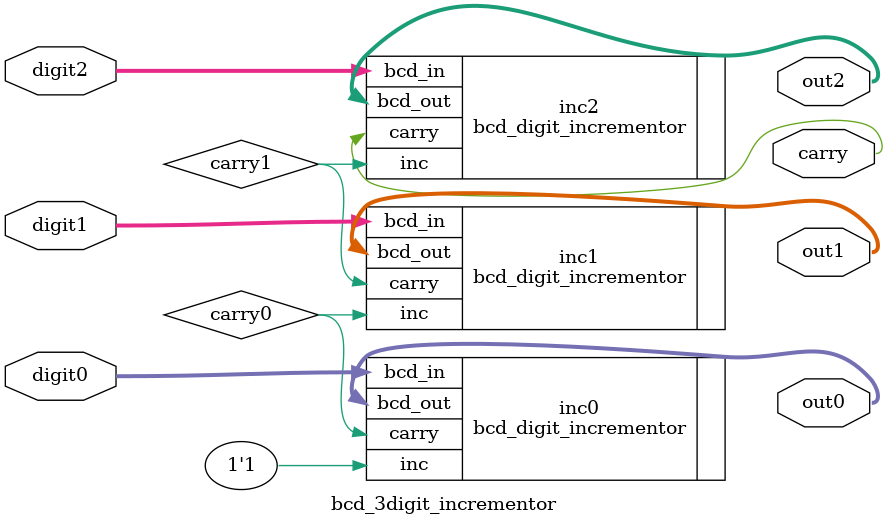
<source format=v>

module bcd_3digit_incrementor
    (
    input  wire[3:0] digit0, digit1, digit2,
    output wire[3:0] out0, out1, out2,
    output wire      carry
    );

    // internal signal declaration
    wire carry0, carry1;
    
    // instances of digit incrementors
    bcd_digit_incrementor inc0
        (.bcd_in(digit0), .inc(1'b1), .bcd_out(out0), .carry(carry0));
    bcd_digit_incrementor inc1
        (.bcd_in(digit1), .inc(carry0), .bcd_out(out1), .carry(carry1));
    bcd_digit_incrementor inc2
        (.bcd_in(digit2), .inc(carry1), .bcd_out(out2), .carry(carry));

endmodule
</source>
